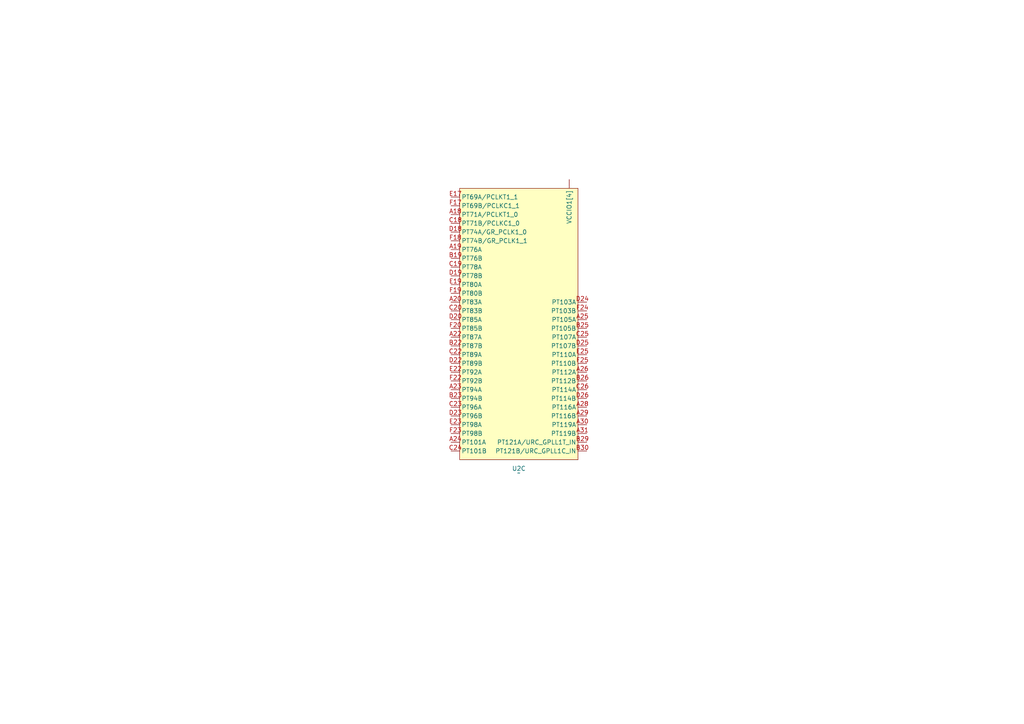
<source format=kicad_sch>
(kicad_sch (version 20231120) (generator "eeschema") (generator_version "8.0")
  (paper "A4")
  (title_block (title "${Project Designation}") (date "2024-06-30") (rev "${Revision}") (comment 1 "${Project Title}") (comment 2 "FPGA BANK 1") (comment 3 "${Part Number}"))
  (lib_symbols
    (symbol "ECAP5-BSOM:LFE5U-85F-*BG756*"
      (property "Reference" "U" (at -1.016 3.81 0))
      (symbol "LFE5U-85F-*BG756*_1_0"
        (pin power_in line (at 8.89 -15.24 90) (length 2.54) (name "GND[265]") (number ""))
        (pin power_in line (at 22.86 0 180) (length 2.54) (name "VCCAUX[8]") (number ""))
        (pin power_in line (at -5.08 0 0) (length 2.54) (name "VCC[36]") (number ""))
        (pin power_in line (at 8.89 -15.24 90) (length 2.54) hide (name "GND") (number "AA11"))
        (pin power_in line (at -5.08 0 0) (length 2.54) hide (name "VCC") (number "AA12"))
        (pin power_in line (at -5.08 0 0) (length 2.54) hide (name "VCC") (number "AA13"))
        (pin power_in line (at -5.08 0 0) (length 2.54) hide (name "VCC") (number "AA14"))
        (pin power_in line (at -5.08 0 0) (length 2.54) hide (name "VCC") (number "AA15"))
        (pin power_in line (at -5.08 0 0) (length 2.54) hide (name "VCC") (number "AA16"))
        (pin power_in line (at -5.08 0 0) (length 2.54) hide (name "VCC") (number "AA17"))
        (pin power_in line (at -5.08 0 0) (length 2.54) hide (name "VCC") (number "AA18"))
        (pin power_in line (at -5.08 0 0) (length 2.54) hide (name "VCC") (number "AA19"))
        (pin power_in line (at -5.08 0 0) (length 2.54) hide (name "VCC") (number "AA20"))
        (pin power_in line (at -5.08 0 0) (length 2.54) hide (name "VCC") (number "AA21"))
        (pin power_in line (at 8.89 -15.24 90) (length 2.54) hide (name "GND") (number "AA22"))
        (pin power_in line (at 8.89 -15.24 90) (length 2.54) hide (name "GND") (number "AB11"))
        (pin power_in line (at 8.89 -15.24 90) (length 2.54) hide (name "GND") (number "AB12"))
        (pin power_in line (at 8.89 -15.24 90) (length 2.54) hide (name "GND") (number "AB13"))
        (pin power_in line (at 8.89 -15.24 90) (length 2.54) hide (name "GND") (number "AB14"))
        (pin power_in line (at 8.89 -15.24 90) (length 2.54) hide (name "GND") (number "AB15"))
        (pin power_in line (at 8.89 -15.24 90) (length 2.54) hide (name "GND") (number "AB16"))
        (pin power_in line (at 8.89 -15.24 90) (length 2.54) hide (name "GND") (number "AB17"))
        (pin power_in line (at 8.89 -15.24 90) (length 2.54) hide (name "GND") (number "AB18"))
        (pin power_in line (at 8.89 -15.24 90) (length 2.54) hide (name "GND") (number "AB19"))
        (pin power_in line (at 8.89 -15.24 90) (length 2.54) hide (name "GND") (number "AB20"))
        (pin power_in line (at 8.89 -15.24 90) (length 2.54) hide (name "GND") (number "AB21"))
        (pin power_in line (at 8.89 -15.24 90) (length 2.54) hide (name "GND") (number "AB22"))
        (pin power_in line (at 22.86 0 180) (length 2.54) hide (name "VCCAUX") (number "AC11"))
        (pin power_in line (at 8.89 -15.24 90) (length 2.54) hide (name "GND") (number "AC12"))
        (pin power_in line (at 8.89 -15.24 90) (length 2.54) hide (name "GND") (number "AC13"))
        (pin power_in line (at 8.89 -15.24 90) (length 2.54) hide (name "GND") (number "AC14"))
        (pin power_in line (at 8.89 -15.24 90) (length 2.54) hide (name "GND") (number "AC15"))
        (pin power_in line (at 8.89 -15.24 90) (length 2.54) hide (name "GND") (number "AC16"))
        (pin power_in line (at 8.89 -15.24 90) (length 2.54) hide (name "GND") (number "AC17"))
        (pin power_in line (at 8.89 -15.24 90) (length 2.54) hide (name "GND") (number "AC18"))
        (pin power_in line (at 8.89 -15.24 90) (length 2.54) hide (name "GND") (number "AC19"))
        (pin power_in line (at 8.89 -15.24 90) (length 2.54) hide (name "GND") (number "AC20"))
        (pin power_in line (at 8.89 -15.24 90) (length 2.54) hide (name "GND") (number "AC21"))
        (pin power_in line (at 22.86 0 180) (length 2.54) hide (name "VCCAUX") (number "AC22"))
        (pin power_in line (at 8.89 -15.24 90) (length 2.54) hide (name "GND") (number "AD2"))
        (pin power_in line (at 8.89 -15.24 90) (length 2.54) hide (name "GND") (number "AD28"))
        (pin power_in line (at 8.89 -15.24 90) (length 2.54) hide (name "GND") (number "AD31"))
        (pin power_in line (at 8.89 -15.24 90) (length 2.54) hide (name "GND") (number "AD5"))
        (pin power_in line (at 8.89 -15.24 90) (length 2.54) hide (name "GND") (number "AF11"))
        (pin power_in line (at 8.89 -15.24 90) (length 2.54) hide (name "GND") (number "AF12"))
        (pin power_in line (at 8.89 -15.24 90) (length 2.54) hide (name "GND") (number "AF14"))
        (pin power_in line (at 8.89 -15.24 90) (length 2.54) hide (name "GND") (number "AF15"))
        (pin power_in line (at 8.89 -15.24 90) (length 2.54) hide (name "GND") (number "AF16"))
        (pin power_in line (at 8.89 -15.24 90) (length 2.54) hide (name "GND") (number "AF17"))
        (pin power_in line (at 8.89 -15.24 90) (length 2.54) hide (name "GND") (number "AF19"))
        (pin power_in line (at 8.89 -15.24 90) (length 2.54) hide (name "GND") (number "AF20"))
        (pin power_in line (at 8.89 -15.24 90) (length 2.54) hide (name "GND") (number "AF22"))
        (pin power_in line (at 8.89 -15.24 90) (length 2.54) hide (name "GND") (number "AF23"))
        (pin power_in line (at 8.89 -15.24 90) (length 2.54) hide (name "GND") (number "AG11"))
        (pin power_in line (at 8.89 -15.24 90) (length 2.54) hide (name "GND") (number "AG12"))
        (pin power_in line (at 8.89 -15.24 90) (length 2.54) hide (name "GND") (number "AG14"))
        (pin power_in line (at 8.89 -15.24 90) (length 2.54) hide (name "GND") (number "AG15"))
        (pin power_in line (at 8.89 -15.24 90) (length 2.54) hide (name "GND") (number "AG16"))
        (pin power_in line (at 8.89 -15.24 90) (length 2.54) hide (name "GND") (number "AG17"))
        (pin power_in line (at 8.89 -15.24 90) (length 2.54) hide (name "GND") (number "AG19"))
        (pin power_in line (at 8.89 -15.24 90) (length 2.54) hide (name "GND") (number "AG20"))
        (pin power_in line (at 8.89 -15.24 90) (length 2.54) hide (name "GND") (number "AG22"))
        (pin power_in line (at 8.89 -15.24 90) (length 2.54) hide (name "GND") (number "AG23"))
        (pin power_in line (at 8.89 -15.24 90) (length 2.54) hide (name "GND") (number "AG9"))
        (pin power_in line (at 8.89 -15.24 90) (length 2.54) hide (name "GND") (number "AH11"))
        (pin power_in line (at 8.89 -15.24 90) (length 2.54) hide (name "GND") (number "AH12"))
        (pin power_in line (at 8.89 -15.24 90) (length 2.54) hide (name "GND") (number "AH14"))
        (pin power_in line (at 8.89 -15.24 90) (length 2.54) hide (name "GND") (number "AH15"))
        (pin power_in line (at 8.89 -15.24 90) (length 2.54) hide (name "GND") (number "AH16"))
        (pin power_in line (at 8.89 -15.24 90) (length 2.54) hide (name "GND") (number "AH17"))
        (pin power_in line (at 8.89 -15.24 90) (length 2.54) hide (name "GND") (number "AH19"))
        (pin power_in line (at 8.89 -15.24 90) (length 2.54) hide (name "GND") (number "AH2"))
        (pin power_in line (at 8.89 -15.24 90) (length 2.54) hide (name "GND") (number "AH20"))
        (pin power_in line (at 8.89 -15.24 90) (length 2.54) hide (name "GND") (number "AH22"))
        (pin power_in line (at 8.89 -15.24 90) (length 2.54) hide (name "GND") (number "AH23"))
        (pin power_in line (at 8.89 -15.24 90) (length 2.54) hide (name "GND") (number "AH24"))
        (pin power_in line (at 8.89 -15.24 90) (length 2.54) hide (name "GND") (number "AH25"))
        (pin power_in line (at 8.89 -15.24 90) (length 2.54) hide (name "GND") (number "AH26"))
        (pin power_in line (at 8.89 -15.24 90) (length 2.54) hide (name "GND") (number "AH29"))
        (pin power_in line (at 8.89 -15.24 90) (length 2.54) hide (name "GND") (number "AH31"))
        (pin power_in line (at 8.89 -15.24 90) (length 2.54) hide (name "GND") (number "AH5"))
        (pin power_in line (at 8.89 -15.24 90) (length 2.54) hide (name "GND") (number "AH7"))
        (pin power_in line (at 8.89 -15.24 90) (length 2.54) hide (name "GND") (number "AH8"))
        (pin power_in line (at 8.89 -15.24 90) (length 2.54) hide (name "GND") (number "AH9"))
        (pin power_in line (at 8.89 -15.24 90) (length 2.54) hide (name "GND") (number "AJ10"))
        (pin power_in line (at 8.89 -15.24 90) (length 2.54) hide (name "GND") (number "AJ11"))
        (pin power_in line (at 8.89 -15.24 90) (length 2.54) hide (name "GND") (number "AJ12"))
        (pin power_in line (at 8.89 -15.24 90) (length 2.54) hide (name "GND") (number "AJ13"))
        (pin power_in line (at 8.89 -15.24 90) (length 2.54) hide (name "GND") (number "AJ14"))
        (pin power_in line (at 8.89 -15.24 90) (length 2.54) hide (name "GND") (number "AJ15"))
        (pin power_in line (at 8.89 -15.24 90) (length 2.54) hide (name "GND") (number "AJ16"))
        (pin power_in line (at 8.89 -15.24 90) (length 2.54) hide (name "GND") (number "AJ17"))
        (pin power_in line (at 8.89 -15.24 90) (length 2.54) hide (name "GND") (number "AJ18"))
        (pin power_in line (at 8.89 -15.24 90) (length 2.54) hide (name "GND") (number "AJ19"))
        (pin power_in line (at 8.89 -15.24 90) (length 2.54) hide (name "GND") (number "AJ20"))
        (pin power_in line (at 8.89 -15.24 90) (length 2.54) hide (name "GND") (number "AJ21"))
        (pin power_in line (at 8.89 -15.24 90) (length 2.54) hide (name "GND") (number "AJ22"))
        (pin power_in line (at 8.89 -15.24 90) (length 2.54) hide (name "GND") (number "AJ23"))
        (pin power_in line (at 8.89 -15.24 90) (length 2.54) hide (name "GND") (number "AJ24"))
        (pin power_in line (at 8.89 -15.24 90) (length 2.54) hide (name "GND") (number "AJ25"))
        (pin power_in line (at 8.89 -15.24 90) (length 2.54) hide (name "GND") (number "AJ26"))
        (pin power_in line (at 8.89 -15.24 90) (length 2.54) hide (name "GND") (number "AJ7"))
        (pin power_in line (at 8.89 -15.24 90) (length 2.54) hide (name "GND") (number "AJ8"))
        (pin power_in line (at 8.89 -15.24 90) (length 2.54) hide (name "GND") (number "AJ9"))
        (pin power_in line (at 8.89 -15.24 90) (length 2.54) hide (name "GND") (number "AK11"))
        (pin power_in line (at 8.89 -15.24 90) (length 2.54) hide (name "GND") (number "AK14"))
        (pin power_in line (at 8.89 -15.24 90) (length 2.54) hide (name "GND") (number "AK17"))
        (pin power_in line (at 8.89 -15.24 90) (length 2.54) hide (name "GND") (number "AK20"))
        (pin power_in line (at 8.89 -15.24 90) (length 2.54) hide (name "GND") (number "AK23"))
        (pin power_in line (at 8.89 -15.24 90) (length 2.54) hide (name "GND") (number "AK26"))
        (pin power_in line (at 8.89 -15.24 90) (length 2.54) hide (name "GND") (number "AK7"))
        (pin power_in line (at 8.89 -15.24 90) (length 2.54) hide (name "GND") (number "AK8"))
        (pin power_in line (at 8.89 -15.24 90) (length 2.54) hide (name "GND") (number "AL11"))
        (pin power_in line (at 8.89 -15.24 90) (length 2.54) hide (name "GND") (number "AL12"))
        (pin power_in line (at 8.89 -15.24 90) (length 2.54) hide (name "GND") (number "AL14"))
        (pin power_in line (at 8.89 -15.24 90) (length 2.54) hide (name "GND") (number "AL15"))
        (pin power_in line (at 8.89 -15.24 90) (length 2.54) hide (name "GND") (number "AL17"))
        (pin power_in line (at 8.89 -15.24 90) (length 2.54) hide (name "GND") (number "AL18"))
        (pin power_in line (at 8.89 -15.24 90) (length 2.54) hide (name "GND") (number "AL2"))
        (pin power_in line (at 8.89 -15.24 90) (length 2.54) hide (name "GND") (number "AL20"))
        (pin power_in line (at 8.89 -15.24 90) (length 2.54) hide (name "GND") (number "AL21"))
        (pin power_in line (at 8.89 -15.24 90) (length 2.54) hide (name "GND") (number "AL23"))
        (pin power_in line (at 8.89 -15.24 90) (length 2.54) hide (name "GND") (number "AL24"))
        (pin power_in line (at 8.89 -15.24 90) (length 2.54) hide (name "GND") (number "AL26"))
        (pin power_in line (at 8.89 -15.24 90) (length 2.54) hide (name "GND") (number "AL29"))
        (pin power_in line (at 8.89 -15.24 90) (length 2.54) hide (name "GND") (number "AL31"))
        (pin power_in line (at 8.89 -15.24 90) (length 2.54) hide (name "GND") (number "AL5"))
        (pin power_in line (at 8.89 -15.24 90) (length 2.54) hide (name "GND") (number "AL7"))
        (pin power_in line (at 8.89 -15.24 90) (length 2.54) hide (name "GND") (number "AL8"))
        (pin power_in line (at 8.89 -15.24 90) (length 2.54) hide (name "GND") (number "AL9"))
        (pin power_in line (at 8.89 -15.24 90) (length 2.54) hide (name "GND") (number "AM11"))
        (pin power_in line (at 8.89 -15.24 90) (length 2.54) hide (name "GND") (number "AM12"))
        (pin power_in line (at 8.89 -15.24 90) (length 2.54) hide (name "GND") (number "AM14"))
        (pin power_in line (at 8.89 -15.24 90) (length 2.54) hide (name "GND") (number "AM15"))
        (pin power_in line (at 8.89 -15.24 90) (length 2.54) hide (name "GND") (number "AM17"))
        (pin power_in line (at 8.89 -15.24 90) (length 2.54) hide (name "GND") (number "AM18"))
        (pin power_in line (at 8.89 -15.24 90) (length 2.54) hide (name "GND") (number "AM20"))
        (pin power_in line (at 8.89 -15.24 90) (length 2.54) hide (name "GND") (number "AM21"))
        (pin power_in line (at 8.89 -15.24 90) (length 2.54) hide (name "GND") (number "AM23"))
        (pin power_in line (at 8.89 -15.24 90) (length 2.54) hide (name "GND") (number "AM24"))
        (pin power_in line (at 8.89 -15.24 90) (length 2.54) hide (name "GND") (number "AM26"))
        (pin power_in line (at 8.89 -15.24 90) (length 2.54) hide (name "GND") (number "AM7"))
        (pin power_in line (at 8.89 -15.24 90) (length 2.54) hide (name "GND") (number "AM8"))
        (pin power_in line (at 8.89 -15.24 90) (length 2.54) hide (name "GND") (number "AM9"))
        (pin power_in line (at 8.89 -15.24 90) (length 2.54) hide (name "GND") (number "B13"))
        (pin power_in line (at 8.89 -15.24 90) (length 2.54) hide (name "GND") (number "B15"))
        (pin power_in line (at 8.89 -15.24 90) (length 2.54) hide (name "GND") (number "B18"))
        (pin power_in line (at 8.89 -15.24 90) (length 2.54) hide (name "GND") (number "B2"))
        (pin power_in line (at 8.89 -15.24 90) (length 2.54) hide (name "GND") (number "B20"))
        (pin power_in line (at 8.89 -15.24 90) (length 2.54) hide (name "GND") (number "B24"))
        (pin power_in line (at 8.89 -15.24 90) (length 2.54) hide (name "GND") (number "B28"))
        (pin power_in line (at 8.89 -15.24 90) (length 2.54) hide (name "GND") (number "B31"))
        (pin power_in line (at 8.89 -15.24 90) (length 2.54) hide (name "GND") (number "B5"))
        (pin power_in line (at 8.89 -15.24 90) (length 2.54) hide (name "GND") (number "B9"))
        (pin power_in line (at 8.89 -15.24 90) (length 2.54) hide (name "GND") (number "E13"))
        (pin power_in line (at 8.89 -15.24 90) (length 2.54) hide (name "GND") (number "E15"))
        (pin power_in line (at 8.89 -15.24 90) (length 2.54) hide (name "GND") (number "E18"))
        (pin power_in line (at 8.89 -15.24 90) (length 2.54) hide (name "GND") (number "E2"))
        (pin power_in line (at 8.89 -15.24 90) (length 2.54) hide (name "GND") (number "E20"))
        (pin power_in line (at 8.89 -15.24 90) (length 2.54) hide (name "GND") (number "E24"))
        (pin power_in line (at 8.89 -15.24 90) (length 2.54) hide (name "GND") (number "E28"))
        (pin power_in line (at 8.89 -15.24 90) (length 2.54) hide (name "GND") (number "E31"))
        (pin power_in line (at 8.89 -15.24 90) (length 2.54) hide (name "GND") (number "E5"))
        (pin power_in line (at 8.89 -15.24 90) (length 2.54) hide (name "GND") (number "E9"))
        (pin power_in line (at 8.89 -15.24 90) (length 2.54) hide (name "GND") (number "J2"))
        (pin power_in line (at 8.89 -15.24 90) (length 2.54) hide (name "GND") (number "J28"))
        (pin power_in line (at 8.89 -15.24 90) (length 2.54) hide (name "GND") (number "J31"))
        (pin power_in line (at 8.89 -15.24 90) (length 2.54) hide (name "GND") (number "J5"))
        (pin power_in line (at 8.89 -15.24 90) (length 2.54) hide (name "GND") (number "K10"))
        (pin power_in line (at 8.89 -15.24 90) (length 2.54) hide (name "GND") (number "K11"))
        (pin power_in line (at 22.86 0 180) (length 2.54) hide (name "VCCAUX") (number "K13"))
        (pin power_in line (at 22.86 0 180) (length 2.54) hide (name "VCCAUX") (number "K20"))
        (pin power_in line (at 8.89 -15.24 90) (length 2.54) hide (name "GND") (number "K22"))
        (pin power_in line (at 8.89 -15.24 90) (length 2.54) hide (name "GND") (number "K23"))
        (pin power_in line (at 8.89 -15.24 90) (length 2.54) hide (name "GND") (number "L10"))
        (pin power_in line (at 8.89 -15.24 90) (length 2.54) hide (name "GND") (number "L11"))
        (pin power_in line (at 8.89 -15.24 90) (length 2.54) hide (name "GND") (number "L12"))
        (pin power_in line (at 8.89 -15.24 90) (length 2.54) hide (name "GND") (number "L13"))
        (pin power_in line (at 8.89 -15.24 90) (length 2.54) hide (name "GND") (number "L14"))
        (pin power_in line (at 8.89 -15.24 90) (length 2.54) hide (name "GND") (number "L15"))
        (pin power_in line (at 8.89 -15.24 90) (length 2.54) hide (name "GND") (number "L16"))
        (pin power_in line (at 8.89 -15.24 90) (length 2.54) hide (name "GND") (number "L17"))
        (pin power_in line (at 8.89 -15.24 90) (length 2.54) hide (name "GND") (number "L18"))
        (pin power_in line (at 8.89 -15.24 90) (length 2.54) hide (name "GND") (number "L19"))
        (pin power_in line (at 8.89 -15.24 90) (length 2.54) hide (name "GND") (number "L20"))
        (pin power_in line (at 8.89 -15.24 90) (length 2.54) hide (name "GND") (number "L21"))
        (pin power_in line (at 8.89 -15.24 90) (length 2.54) hide (name "GND") (number "L22"))
        (pin power_in line (at 8.89 -15.24 90) (length 2.54) hide (name "GND") (number "L23"))
        (pin power_in line (at 8.89 -15.24 90) (length 2.54) hide (name "GND") (number "M11"))
        (pin power_in line (at -5.08 0 0) (length 2.54) hide (name "VCC") (number "M12"))
        (pin power_in line (at -5.08 0 0) (length 2.54) hide (name "VCC") (number "M13"))
        (pin power_in line (at -5.08 0 0) (length 2.54) hide (name "VCC") (number "M14"))
        (pin power_in line (at -5.08 0 0) (length 2.54) hide (name "VCC") (number "M15"))
        (pin power_in line (at -5.08 0 0) (length 2.54) hide (name "VCC") (number "M16"))
        (pin power_in line (at -5.08 0 0) (length 2.54) hide (name "VCC") (number "M17"))
        (pin power_in line (at -5.08 0 0) (length 2.54) hide (name "VCC") (number "M18"))
        (pin power_in line (at -5.08 0 0) (length 2.54) hide (name "VCC") (number "M19"))
        (pin power_in line (at -5.08 0 0) (length 2.54) hide (name "VCC") (number "M20"))
        (pin power_in line (at -5.08 0 0) (length 2.54) hide (name "VCC") (number "M21"))
        (pin power_in line (at 8.89 -15.24 90) (length 2.54) hide (name "GND") (number "M22"))
        (pin power_in line (at 22.86 0 180) (length 2.54) hide (name "VCCAUX") (number "N10"))
        (pin power_in line (at 8.89 -15.24 90) (length 2.54) hide (name "GND") (number "N11"))
        (pin power_in line (at -5.08 0 0) (length 2.54) hide (name "VCC") (number "N12"))
        (pin power_in line (at 8.89 -15.24 90) (length 2.54) hide (name "GND") (number "N13"))
        (pin power_in line (at 8.89 -15.24 90) (length 2.54) hide (name "GND") (number "N14"))
        (pin power_in line (at 8.89 -15.24 90) (length 2.54) hide (name "GND") (number "N15"))
        (pin power_in line (at 8.89 -15.24 90) (length 2.54) hide (name "GND") (number "N16"))
        (pin power_in line (at 8.89 -15.24 90) (length 2.54) hide (name "GND") (number "N17"))
        (pin power_in line (at 8.89 -15.24 90) (length 2.54) hide (name "GND") (number "N18"))
        (pin power_in line (at 8.89 -15.24 90) (length 2.54) hide (name "GND") (number "N19"))
        (pin power_in line (at 8.89 -15.24 90) (length 2.54) hide (name "GND") (number "N2"))
        (pin power_in line (at 8.89 -15.24 90) (length 2.54) hide (name "GND") (number "N20"))
        (pin power_in line (at -5.08 0 0) (length 2.54) hide (name "VCC") (number "N21"))
        (pin power_in line (at 8.89 -15.24 90) (length 2.54) hide (name "GND") (number "N22"))
        (pin power_in line (at 22.86 0 180) (length 2.54) hide (name "VCCAUX") (number "N23"))
        (pin power_in line (at 8.89 -15.24 90) (length 2.54) hide (name "GND") (number "N28"))
        (pin power_in line (at 8.89 -15.24 90) (length 2.54) hide (name "GND") (number "N31"))
        (pin power_in line (at 8.89 -15.24 90) (length 2.54) hide (name "GND") (number "N5"))
        (pin power_in line (at 8.89 -15.24 90) (length 2.54) hide (name "GND") (number "P11"))
        (pin power_in line (at -5.08 0 0) (length 2.54) hide (name "VCC") (number "P12"))
        (pin power_in line (at 8.89 -15.24 90) (length 2.54) hide (name "GND") (number "P13"))
        (pin power_in line (at 8.89 -15.24 90) (length 2.54) hide (name "GND") (number "P14"))
        (pin power_in line (at 8.89 -15.24 90) (length 2.54) hide (name "GND") (number "P15"))
        (pin power_in line (at 8.89 -15.24 90) (length 2.54) hide (name "GND") (number "P16"))
        (pin power_in line (at 8.89 -15.24 90) (length 2.54) hide (name "GND") (number "P17"))
        (pin power_in line (at 8.89 -15.24 90) (length 2.54) hide (name "GND") (number "P18"))
        (pin power_in line (at 8.89 -15.24 90) (length 2.54) hide (name "GND") (number "P19"))
        (pin power_in line (at -5.08 0 0) (length 2.54) hide (name "VCC") (number "P21"))
        (pin power_in line (at 8.89 -15.24 90) (length 2.54) hide (name "GND") (number "P22"))
        (pin power_in line (at -5.08 0 0) (length 2.54) hide (name "VCC") (number "R12"))
        (pin power_in line (at 8.89 -15.24 90) (length 2.54) hide (name "GND") (number "R13"))
        (pin power_in line (at 8.89 -15.24 90) (length 2.54) hide (name "GND") (number "R14"))
        (pin power_in line (at 8.89 -15.24 90) (length 2.54) hide (name "GND") (number "R15"))
        (pin power_in line (at 8.89 -15.24 90) (length 2.54) hide (name "GND") (number "R16"))
        (pin power_in line (at 8.89 -15.24 90) (length 2.54) hide (name "GND") (number "R17"))
        (pin power_in line (at 8.89 -15.24 90) (length 2.54) hide (name "GND") (number "R18"))
        (pin power_in line (at 8.89 -15.24 90) (length 2.54) hide (name "GND") (number "R19"))
        (pin power_in line (at 8.89 -15.24 90) (length 2.54) hide (name "GND") (number "R2"))
        (pin power_in line (at 8.89 -15.24 90) (length 2.54) hide (name "GND") (number "R20"))
        (pin power_in line (at -5.08 0 0) (length 2.54) hide (name "VCC") (number "R21"))
        (pin power_in line (at 8.89 -15.24 90) (length 2.54) hide (name "GND") (number "R22"))
        (pin power_in line (at 8.89 -15.24 90) (length 2.54) hide (name "GND") (number "R28"))
        (pin power_in line (at 8.89 -15.24 90) (length 2.54) hide (name "GND") (number "R31"))
        (pin power_in line (at 8.89 -15.24 90) (length 2.54) hide (name "GND") (number "R5"))
        (pin power_in line (at 8.89 -15.24 90) (length 2.54) hide (name "GND") (number "T11"))
        (pin power_in line (at -5.08 0 0) (length 2.54) hide (name "VCC") (number "T12"))
        (pin power_in line (at 8.89 -15.24 90) (length 2.54) hide (name "GND") (number "T13"))
        (pin power_in line (at 8.89 -15.24 90) (length 2.54) hide (name "GND") (number "T14"))
        (pin power_in line (at 8.89 -15.24 90) (length 2.54) hide (name "GND") (number "T15"))
        (pin power_in line (at 8.89 -15.24 90) (length 2.54) hide (name "GND") (number "T16"))
        (pin power_in line (at 8.89 -15.24 90) (length 2.54) hide (name "GND") (number "T17"))
        (pin power_in line (at 8.89 -15.24 90) (length 2.54) hide (name "GND") (number "T18"))
        (pin power_in line (at 8.89 -15.24 90) (length 2.54) hide (name "GND") (number "T19"))
        (pin power_in line (at 8.89 -15.24 90) (length 2.54) hide (name "GND") (number "T20"))
        (pin power_in line (at -5.08 0 0) (length 2.54) hide (name "VCC") (number "T21"))
        (pin power_in line (at 8.89 -15.24 90) (length 2.54) hide (name "GND") (number "T22"))
        (pin power_in line (at 8.89 -15.24 90) (length 2.54) hide (name "GND") (number "U11"))
        (pin power_in line (at -5.08 0 0) (length 2.54) hide (name "VCC") (number "U12"))
        (pin power_in line (at 8.89 -15.24 90) (length 2.54) hide (name "GND") (number "U13"))
        (pin power_in line (at 8.89 -15.24 90) (length 2.54) hide (name "GND") (number "U14"))
        (pin power_in line (at 8.89 -15.24 90) (length 2.54) hide (name "GND") (number "U15"))
        (pin power_in line (at 8.89 -15.24 90) (length 2.54) hide (name "GND") (number "U16"))
        (pin power_in line (at 8.89 -15.24 90) (length 2.54) hide (name "GND") (number "U17"))
        (pin power_in line (at 8.89 -15.24 90) (length 2.54) hide (name "GND") (number "U18"))
        (pin power_in line (at 8.89 -15.24 90) (length 2.54) hide (name "GND") (number "U19"))
        (pin power_in line (at 8.89 -15.24 90) (length 2.54) hide (name "GND") (number "U20"))
        (pin power_in line (at -5.08 0 0) (length 2.54) hide (name "VCC") (number "U21"))
        (pin power_in line (at 8.89 -15.24 90) (length 2.54) hide (name "GND") (number "U22"))
        (pin power_in line (at 8.89 -15.24 90) (length 2.54) hide (name "GND") (number "V11"))
        (pin power_in line (at -5.08 0 0) (length 2.54) hide (name "VCC") (number "V12"))
        (pin power_in line (at 8.89 -15.24 90) (length 2.54) hide (name "GND") (number "V13"))
        (pin power_in line (at 8.89 -15.24 90) (length 2.54) hide (name "GND") (number "V14"))
        (pin power_in line (at 8.89 -15.24 90) (length 2.54) hide (name "GND") (number "V15"))
        (pin power_in line (at 8.89 -15.24 90) (length 2.54) hide (name "GND") (number "V16"))
        (pin power_in line (at 8.89 -15.24 90) (length 2.54) hide (name "GND") (number "V17"))
        (pin power_in line (at 8.89 -15.24 90) (length 2.54) hide (name "GND") (number "V18"))
        (pin power_in line (at 8.89 -15.24 90) (length 2.54) hide (name "GND") (number "V19"))
        (pin power_in line (at 8.89 -15.24 90) (length 2.54) hide (name "GND") (number "V2"))
        (pin power_in line (at 8.89 -15.24 90) (length 2.54) hide (name "GND") (number "V20"))
        (pin power_in line (at -5.08 0 0) (length 2.54) hide (name "VCC") (number "V21"))
        (pin power_in line (at 8.89 -15.24 90) (length 2.54) hide (name "GND") (number "V22"))
        (pin power_in line (at 8.89 -15.24 90) (length 2.54) hide (name "GND") (number "V28"))
        (pin power_in line (at 8.89 -15.24 90) (length 2.54) hide (name "GND") (number "V31"))
        (pin power_in line (at 8.89 -15.24 90) (length 2.54) hide (name "GND") (number "V5"))
        (pin power_in line (at 8.89 -15.24 90) (length 2.54) hide (name "GND") (number "W11"))
        (pin power_in line (at -5.08 0 0) (length 2.54) hide (name "VCC") (number "W12"))
        (pin power_in line (at 8.89 -15.24 90) (length 2.54) hide (name "GND") (number "W13"))
        (pin power_in line (at 8.89 -15.24 90) (length 2.54) hide (name "GND") (number "W14"))
        (pin power_in line (at 8.89 -15.24 90) (length 2.54) hide (name "GND") (number "W15"))
        (pin power_in line (at 8.89 -15.24 90) (length 2.54) hide (name "GND") (number "W16"))
        (pin power_in line (at 8.89 -15.24 90) (length 2.54) hide (name "GND") (number "W17"))
        (pin power_in line (at 8.89 -15.24 90) (length 2.54) hide (name "GND") (number "W18"))
        (pin power_in line (at 8.89 -15.24 90) (length 2.54) hide (name "GND") (number "W19"))
        (pin power_in line (at 8.89 -15.24 90) (length 2.54) hide (name "GND") (number "W20"))
        (pin power_in line (at -5.08 0 0) (length 2.54) hide (name "VCC") (number "W21"))
        (pin power_in line (at 8.89 -15.24 90) (length 2.54) hide (name "GND") (number "W22"))
        (pin power_in line (at 22.86 0 180) (length 2.54) hide (name "VCCAUX") (number "Y10"))
        (pin power_in line (at 8.89 -15.24 90) (length 2.54) hide (name "GND") (number "Y11"))
        (pin power_in line (at -5.08 0 0) (length 2.54) hide (name "VCC") (number "Y12"))
        (pin power_in line (at 8.89 -15.24 90) (length 2.54) hide (name "GND") (number "Y13"))
        (pin power_in line (at 8.89 -15.24 90) (length 2.54) hide (name "GND") (number "Y14"))
        (pin power_in line (at 8.89 -15.24 90) (length 2.54) hide (name "GND") (number "Y15"))
        (pin power_in line (at 8.89 -15.24 90) (length 2.54) hide (name "GND") (number "Y16"))
        (pin power_in line (at 8.89 -15.24 90) (length 2.54) hide (name "GND") (number "Y17"))
        (pin power_in line (at 8.89 -15.24 90) (length 2.54) hide (name "GND") (number "Y18"))
        (pin power_in line (at 8.89 -15.24 90) (length 2.54) hide (name "GND") (number "Y19"))
        (pin power_in line (at 8.89 -15.24 90) (length 2.54) hide (name "GND") (number "Y2"))
        (pin power_in line (at 8.89 -15.24 90) (length 2.54) hide (name "GND") (number "Y20"))
        (pin power_in line (at -5.08 0 0) (length 2.54) hide (name "VCC") (number "Y21"))
        (pin power_in line (at 8.89 -15.24 90) (length 2.54) hide (name "GND") (number "Y22"))
        (pin power_in line (at 22.86 0 180) (length 2.54) hide (name "VCCAUX") (number "Y23"))
        (pin power_in line (at 8.89 -15.24 90) (length 2.54) hide (name "GND") (number "Y31"))
      )
      (symbol "LFE5U-85F-*BG756*_1_1"
        (rectangle (start -2.54 2.54) (end 20.32 -12.7) (fill (type background)))
      )
      (symbol "LFE5U-85F-*BG756*_2_0"
        (pin power_in line (at 26.67 5.08 270) (length 2.54) (name "VCCIO0[4]") (number ""))
        (pin power_in line (at -5.08 -63.5 0) (length 2.54) (name "PT31B") (number "A10"))
        (pin power_in line (at 34.29 -12.7 180) (length 2.54) (name "PT38B") (number "A11"))
        (pin power_in line (at 34.29 -22.86 180) (length 2.54) (name "PT42B") (number "A13"))
        (pin power_in line (at 34.29 -38.1 180) (length 2.54) (name "PT49B") (number "A14"))
        (pin power_in line (at 34.29 -48.26 180) (length 2.54) (name "PT54B") (number "A15"))
        (pin power_in line (at 34.29 -63.5 180) (length 2.54) (name "PT60B/GR_PCLK0_0") (number "A16"))
        (pin power_in line (at 34.29 -66.04 180) (length 2.54) (name "PT63A/PCLKT0_1") (number "A17"))
        (pin power_in line (at -5.08 -5.08 0) (length 2.54) (name "PT6A") (number "A2"))
        (pin power_in line (at -5.08 -7.62 0) (length 2.54) (name "PT6B") (number "A3"))
        (pin power_in line (at -5.08 -10.16 0) (length 2.54) (name "PT9A") (number "A4"))
        (pin power_in line (at -5.08 -12.7 0) (length 2.54) (name "PT9B") (number "A5"))
        (pin power_in line (at -5.08 -22.86 0) (length 2.54) (name "PT13B") (number "A7"))
        (pin power_in line (at -5.08 -38.1 0) (length 2.54) (name "PT20B") (number "A8"))
        (pin power_in line (at -5.08 -48.26 0) (length 2.54) (name "PT24B") (number "A9"))
        (pin power_in line (at -5.08 -60.96 0) (length 2.54) (name "PT31A") (number "B10"))
        (pin power_in line (at 34.29 -10.16 180) (length 2.54) (name "PT38A") (number "B11"))
        (pin power_in line (at 34.29 -35.56 180) (length 2.54) (name "PT49A") (number "B14"))
        (pin power_in line (at 34.29 -60.96 180) (length 2.54) (name "PT60A/GR_PCLK0_1") (number "B16"))
        (pin power_in line (at 34.29 -68.58 180) (length 2.54) (name "PT63B/PCLKC0_1") (number "B17"))
        (pin power_in line (at -5.08 0 0) (length 2.54) (name "PT4A/ULC_GPLL1T_IN") (number "B3"))
        (pin power_in line (at -5.08 -2.54 0) (length 2.54) (name "PT4B/ULC_GPLL1C_IN") (number "B4"))
        (pin power_in line (at -5.08 -20.32 0) (length 2.54) (name "PT13A") (number "B7"))
        (pin power_in line (at -5.08 -35.56 0) (length 2.54) (name "PT20A") (number "B8"))
        (pin power_in line (at -5.08 -58.42 0) (length 2.54) (name "PT29B") (number "C10"))
        (pin power_in line (at -5.08 -73.66 0) (length 2.54) (name "PT36B") (number "C11"))
        (pin power_in line (at 34.29 -20.32 180) (length 2.54) (name "PT42A") (number "C13"))
        (pin power_in line (at 34.29 -33.02 180) (length 2.54) (name "PT47B") (number "C14"))
        (pin power_in line (at 34.29 -45.72 180) (length 2.54) (name "PT54A") (number "C15"))
        (pin power_in line (at 34.29 -58.42 180) (length 2.54) (name "PT58B") (number "C16"))
        (pin power_in line (at 34.29 -71.12 180) (length 2.54) (name "PT65A/PCLKT0_0") (number "C17"))
        (pin power_in line (at -5.08 -17.78 0) (length 2.54) (name "PT11B") (number "C7"))
        (pin power_in line (at -5.08 -33.02 0) (length 2.54) (name "PT18B") (number "C8"))
        (pin power_in line (at -5.08 -45.72 0) (length 2.54) (name "PT24A") (number "C9"))
        (pin power_in line (at -5.08 -55.88 0) (length 2.54) (name "PT29A") (number "D10"))
        (pin power_in line (at -5.08 -71.12 0) (length 2.54) (name "PT36A") (number "D11"))
        (pin power_in line (at 34.29 -17.78 180) (length 2.54) (name "PT40B") (number "D13"))
        (pin power_in line (at 34.29 -30.48 180) (length 2.54) (name "PT47A") (number "D14"))
        (pin power_in line (at 34.29 -43.18 180) (length 2.54) (name "PT51B") (number "D15"))
        (pin power_in line (at 34.29 -55.88 180) (length 2.54) (name "PT58A") (number "D16"))
        (pin power_in line (at 34.29 -73.66 180) (length 2.54) (name "PT65B/PCLKC0_0") (number "D17"))
        (pin power_in line (at -5.08 -15.24 0) (length 2.54) (name "PT11A") (number "D7"))
        (pin power_in line (at -5.08 -30.48 0) (length 2.54) (name "PT18A") (number "D8"))
        (pin power_in line (at -5.08 -43.18 0) (length 2.54) (name "PT22B") (number "D9"))
        (pin power_in line (at -5.08 -53.34 0) (length 2.54) (name "PT27B") (number "E10"))
        (pin power_in line (at -5.08 -68.58 0) (length 2.54) (name "PT33B") (number "E11"))
        (pin power_in line (at 34.29 -27.94 180) (length 2.54) (name "PT45B") (number "E14"))
        (pin power_in line (at 34.29 -53.34 180) (length 2.54) (name "PT56B") (number "E16"))
        (pin power_in line (at -5.08 -27.94 0) (length 2.54) (name "PT15B") (number "E8"))
        (pin power_in line (at -5.08 -50.8 0) (length 2.54) (name "PT27A") (number "F10"))
        (pin power_in line (at -5.08 -66.04 0) (length 2.54) (name "PT33A") (number "F11"))
        (pin power_in line (at 34.29 -15.24 180) (length 2.54) (name "PT40A") (number "F13"))
        (pin power_in line (at 34.29 -25.4 180) (length 2.54) (name "PT45A") (number "F14"))
        (pin power_in line (at 34.29 -40.64 180) (length 2.54) (name "PT51A") (number "F15"))
        (pin power_in line (at 34.29 -50.8 180) (length 2.54) (name "PT56A") (number "F16"))
        (pin power_in line (at -5.08 -25.4 0) (length 2.54) (name "PT15A") (number "F8"))
        (pin power_in line (at -5.08 -40.64 0) (length 2.54) (name "PT22A") (number "F9"))
        (pin power_in line (at 26.67 5.08 270) (length 2.54) hide (name "VCCIO0") (number "K12"))
        (pin power_in line (at 26.67 5.08 270) (length 2.54) hide (name "VCCIO0") (number "K14"))
        (pin power_in line (at 26.67 5.08 270) (length 2.54) hide (name "VCCIO0") (number "K15"))
        (pin power_in line (at 26.67 5.08 270) (length 2.54) hide (name "VCCIO0") (number "K16"))
      )
      (symbol "LFE5U-85F-*BG756*_2_1"
        (rectangle (start -2.54 2.54) (end 31.75 -76.2) (fill (type background)))
      )
      (symbol "LFE5U-85F-*BG756*_3_0"
        (pin power_in line (at 30.48 5.08 270) (length 2.54) (name "VCCIO1[4]") (number ""))
        (pin power_in line (at -3.81 -5.08 0) (length 2.54) (name "PT71A/PCLKT1_0") (number "A18"))
        (pin power_in line (at -3.81 -15.24 0) (length 2.54) (name "PT76A") (number "A19"))
        (pin power_in line (at -3.81 -30.48 0) (length 2.54) (name "PT83A") (number "A20"))
        (pin power_in line (at -3.81 -40.64 0) (length 2.54) (name "PT87A") (number "A22"))
        (pin power_in line (at -3.81 -55.88 0) (length 2.54) (name "PT94A") (number "A23"))
        (pin power_in line (at -3.81 -71.12 0) (length 2.54) (name "PT101A") (number "A24"))
        (pin power_in line (at 35.56 -35.56 180) (length 2.54) (name "PT105A") (number "A25"))
        (pin power_in line (at 35.56 -50.8 180) (length 2.54) (name "PT112A") (number "A26"))
        (pin power_in line (at 35.56 -60.96 180) (length 2.54) (name "PT116A") (number "A28"))
        (pin power_in line (at 35.56 -63.5 180) (length 2.54) (name "PT116B") (number "A29"))
        (pin power_in line (at 35.56 -66.04 180) (length 2.54) (name "PT119A") (number "A30"))
        (pin power_in line (at 35.56 -68.58 180) (length 2.54) (name "PT119B") (number "A31"))
        (pin power_in line (at -3.81 -17.78 0) (length 2.54) (name "PT76B") (number "B19"))
        (pin power_in line (at -3.81 -43.18 0) (length 2.54) (name "PT87B") (number "B22"))
        (pin power_in line (at -3.81 -58.42 0) (length 2.54) (name "PT94B") (number "B23"))
        (pin power_in line (at 35.56 -38.1 180) (length 2.54) (name "PT105B") (number "B25"))
        (pin power_in line (at 35.56 -53.34 180) (length 2.54) (name "PT112B") (number "B26"))
        (pin power_in line (at 35.56 -71.12 180) (length 2.54) (name "PT121A/URC_GPLL1T_IN") (number "B29"))
        (pin power_in line (at 35.56 -73.66 180) (length 2.54) (name "PT121B/URC_GPLL1C_IN") (number "B30"))
        (pin power_in line (at -3.81 -7.62 0) (length 2.54) (name "PT71B/PCLKC1_0") (number "C18"))
        (pin power_in line (at -3.81 -20.32 0) (length 2.54) (name "PT78A") (number "C19"))
        (pin power_in line (at -3.81 -33.02 0) (length 2.54) (name "PT83B") (number "C20"))
        (pin power_in line (at -3.81 -45.72 0) (length 2.54) (name "PT89A") (number "C22"))
        (pin power_in line (at -3.81 -60.96 0) (length 2.54) (name "PT96A") (number "C23"))
        (pin power_in line (at -3.81 -73.66 0) (length 2.54) (name "PT101B") (number "C24"))
        (pin power_in line (at 35.56 -40.64 180) (length 2.54) (name "PT107A") (number "C25"))
        (pin power_in line (at 35.56 -55.88 180) (length 2.54) (name "PT114A") (number "C26"))
        (pin power_in line (at -3.81 -10.16 0) (length 2.54) (name "PT74A/GR_PCLK1_0") (number "D18"))
        (pin power_in line (at -3.81 -22.86 0) (length 2.54) (name "PT78B") (number "D19"))
        (pin power_in line (at -3.81 -35.56 0) (length 2.54) (name "PT85A") (number "D20"))
        (pin power_in line (at -3.81 -48.26 0) (length 2.54) (name "PT89B") (number "D22"))
        (pin power_in line (at -3.81 -63.5 0) (length 2.54) (name "PT96B") (number "D23"))
        (pin power_in line (at 35.56 -30.48 180) (length 2.54) (name "PT103A") (number "D24"))
        (pin power_in line (at 35.56 -43.18 180) (length 2.54) (name "PT107B") (number "D25"))
        (pin power_in line (at 35.56 -58.42 180) (length 2.54) (name "PT114B") (number "D26"))
        (pin power_in line (at -3.81 0 0) (length 2.54) (name "PT69A/PCLKT1_1") (number "E17"))
        (pin power_in line (at -3.81 -25.4 0) (length 2.54) (name "PT80A") (number "E19"))
        (pin power_in line (at -3.81 -50.8 0) (length 2.54) (name "PT92A") (number "E22"))
        (pin power_in line (at -3.81 -66.04 0) (length 2.54) (name "PT98A") (number "E23"))
        (pin power_in line (at 35.56 -45.72 180) (length 2.54) (name "PT110A") (number "E25"))
        (pin power_in line (at -3.81 -2.54 0) (length 2.54) (name "PT69B/PCLKC1_1") (number "F17"))
        (pin power_in line (at -3.81 -12.7 0) (length 2.54) (name "PT74B/GR_PCLK1_1") (number "F18"))
        (pin power_in line (at -3.81 -27.94 0) (length 2.54) (name "PT80B") (number "F19"))
        (pin power_in line (at -3.81 -38.1 0) (length 2.54) (name "PT85B") (number "F20"))
        (pin power_in line (at -3.81 -53.34 0) (length 2.54) (name "PT92B") (number "F22"))
        (pin power_in line (at -3.81 -68.58 0) (length 2.54) (name "PT98B") (number "F23"))
        (pin power_in line (at 35.56 -33.02 180) (length 2.54) (name "PT103B") (number "F24"))
        (pin power_in line (at 35.56 -48.26 180) (length 2.54) (name "PT110B") (number "F25"))
        (pin power_in line (at 30.48 5.08 270) (length 2.54) hide (name "VCCIO1") (number "K17"))
        (pin power_in line (at 30.48 5.08 270) (length 2.54) hide (name "VCCIO1") (number "K18"))
        (pin power_in line (at 30.48 5.08 270) (length 2.54) hide (name "VCCIO1") (number "K19"))
        (pin power_in line (at 30.48 5.08 270) (length 2.54) hide (name "VCCIO1") (number "K21"))
      )
      (symbol "LFE5U-85F-*BG756*_3_1"
        (rectangle (start -1.27 2.54) (end 33.02 -76.2) (fill (type background)))
      )
      (symbol "LFE5U-85F-*BG756*_4_0"
        (pin power_in line (at 50.8 13.97 180) (length 2.54) (name "VCCIO2") (number ""))
        (pin power_in line (at 50.8 13.97 180) (length 2.54) hide (name "VCCIO2") (number "M23"))
        (pin power_in line (at 50.8 13.97 180) (length 2.54) hide (name "VCCIO2") (number "P23"))
        (pin power_in line (at 50.8 13.97 180) (length 2.54) hide (name "VCCIO2") (number "R23"))
        (pin power_in line (at 50.8 13.97 180) (length 2.54) hide (name "VCCIO2") (number "T23"))
      )
      (symbol "LFE5U-85F-*BG756*_5_0"
        (pin power_in line (at 50.8 11.43 180) (length 2.54) (name "VCCIO3") (number ""))
        (pin power_in line (at 50.8 11.43 180) (length 2.54) hide (name "VCCIO3") (number "AA23"))
        (pin power_in line (at 50.8 11.43 180) (length 2.54) hide (name "VCCIO3") (number "U23"))
        (pin power_in line (at 50.8 11.43 180) (length 2.54) hide (name "VCCIO3") (number "V23"))
        (pin power_in line (at 50.8 11.43 180) (length 2.54) hide (name "VCCIO3") (number "W23"))
      )
      (symbol "LFE5U-85F-*BG756*_6_0"
        (pin power_in line (at 50.8 8.89 180) (length 2.54) (name "VCCIO4") (number ""))
        (pin power_in line (at 50.8 8.89 180) (length 2.54) hide (name "VCCIO4") (number "AB23"))
        (pin power_in line (at 50.8 8.89 180) (length 2.54) hide (name "VCCIO4") (number "AC23"))
      )
      (symbol "LFE5U-85F-*BG756*_7_0"
        (pin power_in line (at 50.8 6.35 180) (length 2.54) (name "VCCIO6") (number ""))
        (pin power_in line (at 50.8 6.35 180) (length 2.54) hide (name "VCCIO6") (number "AA10"))
        (pin power_in line (at 50.8 6.35 180) (length 2.54) hide (name "VCCIO6") (number "U10"))
        (pin power_in line (at 50.8 6.35 180) (length 2.54) hide (name "VCCIO6") (number "V10"))
        (pin power_in line (at 50.8 6.35 180) (length 2.54) hide (name "VCCIO6") (number "W10"))
      )
      (symbol "LFE5U-85F-*BG756*_8_0"
        (pin power_in line (at 50.8 3.81 180) (length 2.54) (name "VCCIO7") (number ""))
        (pin power_in line (at 50.8 3.81 180) (length 2.54) hide (name "VCCIO7") (number "M10"))
        (pin power_in line (at 50.8 3.81 180) (length 2.54) hide (name "VCCIO7") (number "P10"))
        (pin power_in line (at 50.8 3.81 180) (length 2.54) hide (name "VCCIO7") (number "R10"))
        (pin power_in line (at 50.8 3.81 180) (length 2.54) hide (name "VCCIO7") (number "T10"))
      )
      (symbol "LFE5U-85F-*BG756*_9_0"
        (pin power_in line (at 50.8 1.27 180) (length 2.54) (name "VCCIO8") (number ""))
        (pin power_in line (at 50.8 1.27 180) (length 2.54) hide (name "VCCIO8") (number "AB10"))
        (pin power_in line (at 50.8 1.27 180) (length 2.54) hide (name "VCCIO8") (number "AC10"))
      )
    )
  )
  (symbol (lib_id "ECAP5-BSOM:LFE5U-85F-*BG756*") (at 134.62 57.15 0) (unit 3)
    (property "Reference" "U2" (at 150.495 135.89 0))
    (property "Value" "~" (at 150.495 137.16 0))
    (property "Datasheet" "https://www.latticesemi.com/view_document?document_id=50461" (effects (hide yes)))
  )
)
</source>
